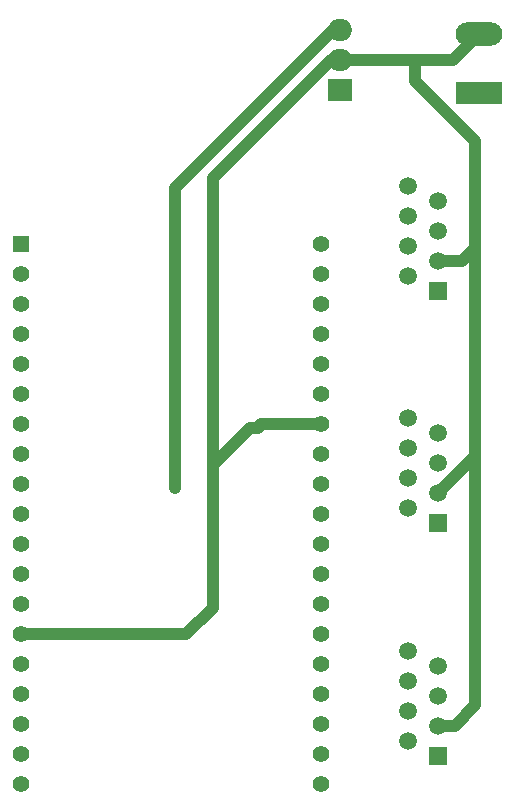
<source format=gbr>
%TF.GenerationSoftware,KiCad,Pcbnew,7.0.9*%
%TF.CreationDate,2024-06-07T23:52:37-04:00*%
%TF.ProjectId,Coms Board V2,436f6d73-2042-46f6-9172-642056322e6b,rev?*%
%TF.SameCoordinates,Original*%
%TF.FileFunction,Copper,L2,Bot*%
%TF.FilePolarity,Positive*%
%FSLAX46Y46*%
G04 Gerber Fmt 4.6, Leading zero omitted, Abs format (unit mm)*
G04 Created by KiCad (PCBNEW 7.0.9) date 2024-06-07 23:52:37*
%MOMM*%
%LPD*%
G01*
G04 APERTURE LIST*
%TA.AperFunction,ComponentPad*%
%ADD10R,1.500000X1.500000*%
%TD*%
%TA.AperFunction,ComponentPad*%
%ADD11C,1.500000*%
%TD*%
%TA.AperFunction,ComponentPad*%
%ADD12R,1.408000X1.408000*%
%TD*%
%TA.AperFunction,ComponentPad*%
%ADD13C,1.408000*%
%TD*%
%TA.AperFunction,ComponentPad*%
%ADD14R,2.000000X1.905000*%
%TD*%
%TA.AperFunction,ComponentPad*%
%ADD15O,2.000000X1.905000*%
%TD*%
%TA.AperFunction,ComponentPad*%
%ADD16R,3.960000X1.980000*%
%TD*%
%TA.AperFunction,ComponentPad*%
%ADD17O,3.960000X1.980000*%
%TD*%
%TA.AperFunction,ViaPad*%
%ADD18C,0.800000*%
%TD*%
%TA.AperFunction,Conductor*%
%ADD19C,1.000000*%
%TD*%
G04 APERTURE END LIST*
D10*
%TO.P,J3,1*%
%TO.N,+9V*%
X170160000Y-117947500D03*
D11*
%TO.P,J3,2*%
%TO.N,/GPIO15*%
X167620000Y-116677500D03*
%TO.P,J3,3*%
%TO.N,GND*%
X170160000Y-115407500D03*
%TO.P,J3,4*%
%TO.N,/GPIO2*%
X167620000Y-114137500D03*
%TO.P,J3,5*%
%TO.N,/GPIO4*%
X170160000Y-112867500D03*
%TO.P,J3,6*%
%TO.N,/GPIO16*%
X167620000Y-111597500D03*
%TO.P,J3,7*%
%TO.N,/GPIO5*%
X170160000Y-110327500D03*
%TO.P,J3,8*%
%TO.N,/GPIO17*%
X167620000Y-109057500D03*
%TD*%
D10*
%TO.P,J1,1*%
%TO.N,+9V*%
X170160000Y-78577500D03*
D11*
%TO.P,J1,2*%
%TO.N,/GPIO14*%
X167620000Y-77307500D03*
%TO.P,J1,3*%
%TO.N,GND*%
X170160000Y-76037500D03*
%TO.P,J1,4*%
%TO.N,/GPIO27*%
X167620000Y-74767500D03*
%TO.P,J1,5*%
%TO.N,/GPIO26*%
X170160000Y-73497500D03*
%TO.P,J1,6*%
%TO.N,/GPIO25*%
X167620000Y-72227500D03*
%TO.P,J1,7*%
%TO.N,/GPIO33*%
X170160000Y-70957500D03*
%TO.P,J1,8*%
%TO.N,/GPIO32*%
X167620000Y-69687500D03*
%TD*%
D10*
%TO.P,J2,1*%
%TO.N,+9V*%
X170160000Y-98262500D03*
D11*
%TO.P,J2,2*%
%TO.N,/GPIO18*%
X167620000Y-96992500D03*
%TO.P,J2,3*%
%TO.N,GND*%
X170160000Y-95722500D03*
%TO.P,J2,4*%
%TO.N,/GPIO19*%
X167620000Y-94452500D03*
%TO.P,J2,5*%
%TO.N,/GPIO3*%
X170160000Y-93182500D03*
%TO.P,J2,6*%
%TO.N,/GPIO1*%
X167620000Y-91912500D03*
%TO.P,J2,7*%
%TO.N,/GPIO23*%
X170160000Y-90642500D03*
%TO.P,J2,8*%
%TO.N,/GPIO12*%
X167620000Y-89372500D03*
%TD*%
D12*
%TO.P,U1,J2_1,3V3*%
%TO.N,unconnected-(U1-3V3-PadJ2_1)*%
X134847500Y-74650000D03*
D13*
%TO.P,U1,J2_2,EN*%
%TO.N,unconnected-(U1-EN-PadJ2_2)*%
X134847500Y-77190000D03*
%TO.P,U1,J2_3,SENSOR_VP*%
%TO.N,unconnected-(U1-SENSOR_VP-PadJ2_3)*%
X134847500Y-79730000D03*
%TO.P,U1,J2_4,SENSOR_VN*%
%TO.N,unconnected-(U1-SENSOR_VN-PadJ2_4)*%
X134847500Y-82270000D03*
%TO.P,U1,J2_5,IO34*%
%TO.N,unconnected-(U1-IO34-PadJ2_5)*%
X134847500Y-84810000D03*
%TO.P,U1,J2_6,IO35*%
%TO.N,unconnected-(U1-IO35-PadJ2_6)*%
X134847500Y-87350000D03*
%TO.P,U1,J2_7,IO32*%
%TO.N,/GPIO32*%
X134847500Y-89890000D03*
%TO.P,U1,J2_8,IO33*%
%TO.N,/GPIO33*%
X134847500Y-92430000D03*
%TO.P,U1,J2_9,IO25*%
%TO.N,/GPIO25*%
X134847500Y-94970000D03*
%TO.P,U1,J2_10,IO26*%
%TO.N,/GPIO26*%
X134847500Y-97510000D03*
%TO.P,U1,J2_11,IO27*%
%TO.N,/GPIO27*%
X134847500Y-100050000D03*
%TO.P,U1,J2_12,IO14*%
%TO.N,/GPIO14*%
X134847500Y-102590000D03*
%TO.P,U1,J2_13,IO12*%
%TO.N,/GPIO12*%
X134847500Y-105130000D03*
%TO.P,U1,J2_14,GND_J2_14*%
%TO.N,GND*%
X134847500Y-107670000D03*
%TO.P,U1,J2_15,IO13*%
%TO.N,unconnected-(U1-IO13-PadJ2_15)*%
X134847500Y-110210000D03*
%TO.P,U1,J2_16,SD2*%
%TO.N,unconnected-(U1-SD2-PadJ2_16)*%
X134847500Y-112750000D03*
%TO.P,U1,J2_17,SD3*%
%TO.N,unconnected-(U1-SD3-PadJ2_17)*%
X134847500Y-115290000D03*
%TO.P,U1,J2_18,CMD*%
%TO.N,unconnected-(U1-CMD-PadJ2_18)*%
X134847500Y-117830000D03*
%TO.P,U1,J2_19,EXT_5V*%
%TO.N,+5V*%
X134847500Y-120370000D03*
%TO.P,U1,J3_1,GND_J3_1*%
%TO.N,unconnected-(U1-GND_J3_1-PadJ3_1)*%
X160247500Y-74650000D03*
%TO.P,U1,J3_2,IO23*%
%TO.N,/GPIO23*%
X160247500Y-77190000D03*
%TO.P,U1,J3_3,IO22*%
%TO.N,unconnected-(U1-IO22-PadJ3_3)*%
X160247500Y-79730000D03*
%TO.P,U1,J3_4,TXD0*%
%TO.N,/GPIO1*%
X160247500Y-82270000D03*
%TO.P,U1,J3_5,RXD0*%
%TO.N,/GPIO3*%
X160247500Y-84810000D03*
%TO.P,U1,J3_6,IO21*%
%TO.N,unconnected-(U1-IO21-PadJ3_6)*%
X160247500Y-87350000D03*
%TO.P,U1,J3_7,GND_J3_7*%
%TO.N,GND*%
X160247500Y-89890000D03*
%TO.P,U1,J3_8,IO19*%
%TO.N,/GPIO19*%
X160247500Y-92430000D03*
%TO.P,U1,J3_9,IO18*%
%TO.N,/GPIO18*%
X160247500Y-94970000D03*
%TO.P,U1,J3_10,IO5*%
%TO.N,/GPIO5*%
X160247500Y-97510000D03*
%TO.P,U1,J3_11,IO17*%
%TO.N,/GPIO17*%
X160247500Y-100050000D03*
%TO.P,U1,J3_12,IO16*%
%TO.N,/GPIO16*%
X160247500Y-102590000D03*
%TO.P,U1,J3_13,IO4*%
%TO.N,/GPIO4*%
X160247500Y-105130000D03*
%TO.P,U1,J3_14,IO0*%
%TO.N,unconnected-(U1-IO0-PadJ3_14)*%
X160247500Y-107670000D03*
%TO.P,U1,J3_15,IO2*%
%TO.N,/GPIO2*%
X160247500Y-110210000D03*
%TO.P,U1,J3_16,IO15*%
%TO.N,/GPIO15*%
X160247500Y-112750000D03*
%TO.P,U1,J3_17,SD1*%
%TO.N,unconnected-(U1-SD1-PadJ3_17)*%
X160247500Y-115290000D03*
%TO.P,U1,J3_18,SD0*%
%TO.N,unconnected-(U1-SD0-PadJ3_18)*%
X160247500Y-117830000D03*
%TO.P,U1,J3_19,CLK*%
%TO.N,unconnected-(U1-CLK-PadJ3_19)*%
X160247500Y-120370000D03*
%TD*%
D14*
%TO.P,U2,1,VI*%
%TO.N,+9V*%
X161925000Y-61595000D03*
D15*
%TO.P,U2,2,GND*%
%TO.N,GND*%
X161925000Y-59055000D03*
%TO.P,U2,3,VO*%
%TO.N,+5V*%
X161925000Y-56515000D03*
%TD*%
D16*
%TO.P,J4,1,Pin_1*%
%TO.N,+9V*%
X173680000Y-61820000D03*
D17*
%TO.P,J4,2,Pin_2*%
%TO.N,GND*%
X173680000Y-56820000D03*
%TD*%
D18*
%TO.N,+5V*%
X147955000Y-95250000D03*
%TD*%
D19*
%TO.N,GND*%
X171612500Y-115407500D02*
X173355000Y-113665000D01*
X154940000Y-90170000D02*
X155220000Y-89890000D01*
X173172500Y-92710000D02*
X170160000Y-95722500D01*
X173355000Y-92710000D02*
X173355000Y-75565000D01*
X154305000Y-90170000D02*
X154940000Y-90170000D01*
X151130000Y-69037500D02*
X161112500Y-59055000D01*
X151130000Y-105410000D02*
X151130000Y-93345000D01*
X168275000Y-59055000D02*
X171445000Y-59055000D01*
X151130000Y-93345000D02*
X154305000Y-90170000D01*
X161925000Y-59055000D02*
X168275000Y-59055000D01*
X161112500Y-59055000D02*
X161925000Y-59055000D01*
X172247500Y-76037500D02*
X170160000Y-76037500D01*
X168275000Y-60785000D02*
X173355000Y-65865000D01*
X173355000Y-74930000D02*
X172247500Y-76037500D01*
X151130000Y-93345000D02*
X151130000Y-69037500D01*
X170160000Y-115407500D02*
X171612500Y-115407500D01*
X173355000Y-92710000D02*
X173172500Y-92710000D01*
X173355000Y-113665000D02*
X173355000Y-92710000D01*
X134847500Y-107670000D02*
X148870000Y-107670000D01*
X173355000Y-75565000D02*
X173355000Y-74930000D01*
X148870000Y-107670000D02*
X151130000Y-105410000D01*
X171445000Y-59055000D02*
X173680000Y-56820000D01*
X155220000Y-89890000D02*
X160247500Y-89890000D01*
X173355000Y-65865000D02*
X173355000Y-75565000D01*
X168275000Y-59055000D02*
X168275000Y-60785000D01*
%TO.N,+5V*%
X147955000Y-95250000D02*
X147955000Y-69850000D01*
X147955000Y-69850000D02*
X161290000Y-56515000D01*
X161290000Y-56515000D02*
X161925000Y-56515000D01*
%TD*%
M02*

</source>
